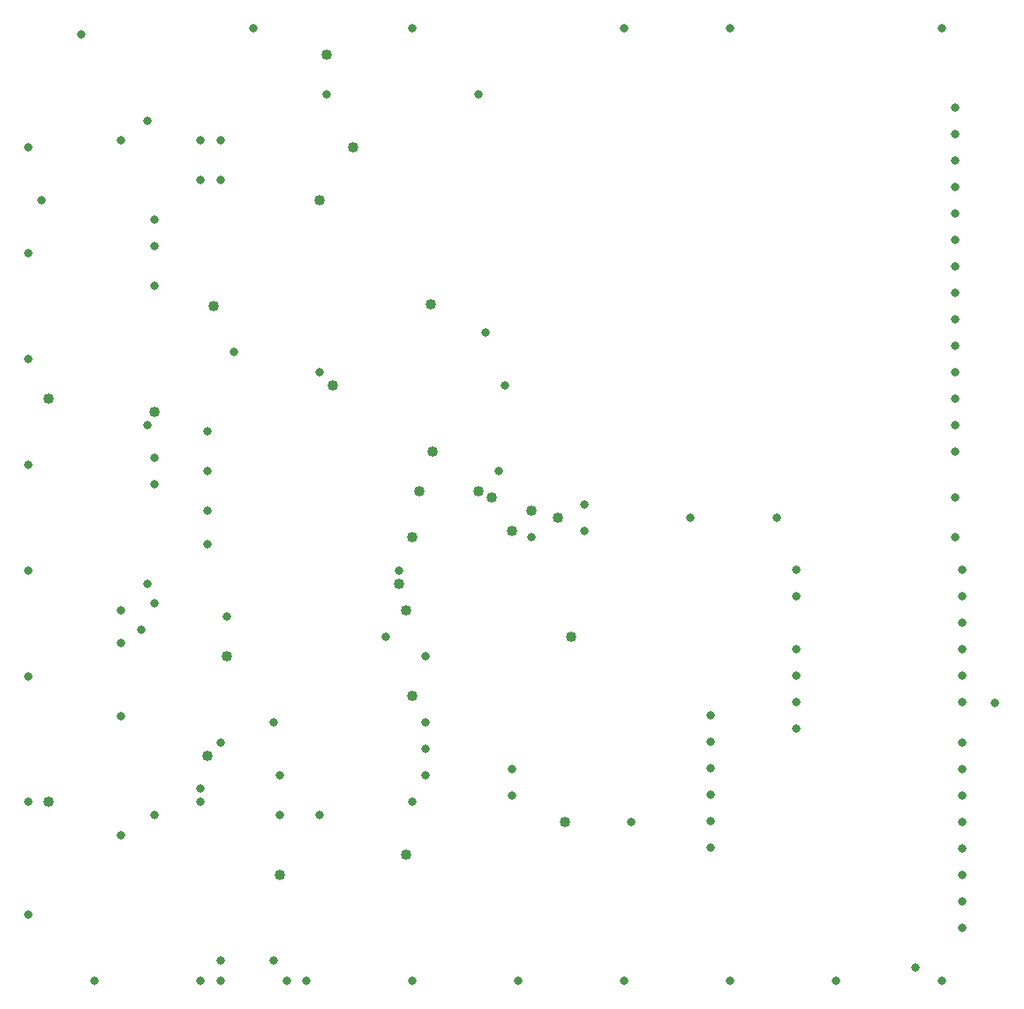
<source format=gbr>
G04 DipTrace 2.3.1.0*
%INBottomPaste.gbr*%
%MOMM*%
%ADD26C,1.016*%
%ADD30C,0.813*%
%FSLAX53Y53*%
G04*
G71*
G90*
G75*
G01*
%LNBotPaste*%
%LPD*%
D30*
X100805Y50680D3*
Y43060D3*
Y45600D3*
Y48140D3*
Y40520D3*
Y37980D3*
X84930Y50680D3*
Y48140D3*
Y43060D3*
Y40520D3*
Y37980D3*
Y35440D3*
X76675Y36710D3*
Y34170D3*
Y31630D3*
Y29090D3*
Y26550D3*
Y24010D3*
X69053Y26510D3*
X96358Y12540D3*
X56988Y68420D3*
X12538Y86200D3*
X45558Y44290D3*
X20158Y25240D3*
X23333Y27145D3*
X29683Y88105D3*
X27778D3*
Y91915D3*
X29683D3*
X49368Y42385D3*
X30318Y46195D3*
X27778Y29685D3*
Y28415D3*
X29683Y34130D3*
X46828Y50640D3*
X36033Y11270D3*
X37938D3*
X29683D3*
X27778D3*
X11268Y28415D3*
Y40480D3*
X23333Y61435D3*
Y58895D3*
X48098Y11270D3*
X58258D3*
X68418D3*
X78578D3*
X88738D3*
X98898D3*
Y102710D3*
X78578D3*
X68418D3*
X48098D3*
X28413Y53180D3*
Y60165D3*
X22698Y64610D3*
Y93820D3*
X11268Y91280D3*
Y81120D3*
Y70960D3*
Y60800D3*
Y50640D3*
X17618Y11270D3*
X11268Y17620D3*
X32858Y102710D3*
X100168Y95090D3*
X59528Y53815D3*
X56353Y60165D3*
X57623Y29050D3*
X49368Y33495D3*
X54448Y96360D3*
X55083Y73500D3*
X100168Y92550D3*
Y90010D3*
Y87470D3*
Y84930D3*
Y82390D3*
Y79850D3*
Y77310D3*
Y74770D3*
Y72230D3*
X100803Y34130D3*
Y31590D3*
Y29050D3*
Y26510D3*
Y23970D3*
Y21430D3*
Y18890D3*
Y16350D3*
X57623Y31590D3*
X48098Y28415D3*
X49368Y36035D3*
X35398Y27145D3*
X39843Y96360D3*
X28413Y56355D3*
Y63975D3*
X64608Y56990D3*
Y54450D3*
X74768Y55720D3*
X83023D3*
X16348Y102075D3*
X35398Y30955D3*
X20158Y43655D3*
X22063Y44925D3*
X20158Y36670D3*
X29683Y13175D3*
X34763D3*
X103978Y37940D3*
X23333Y77945D3*
Y81755D3*
X20158Y46830D3*
X23333Y84295D3*
X30953Y71595D3*
X34763Y36035D3*
X49368Y30955D3*
X39208Y69690D3*
X20158Y91915D3*
D26*
X42383Y91280D3*
X49862Y76217D3*
X39208Y86200D3*
X30318Y42385D3*
X55718Y57625D3*
X62068Y55720D3*
X46828Y49370D3*
X48098Y53815D3*
X47463Y46830D3*
X13173Y67150D3*
D30*
X22698Y49370D3*
X23333Y47465D3*
D26*
X47463Y23335D3*
X35398Y21430D3*
X59528Y56355D3*
X57623Y54450D3*
X48733Y58260D3*
X54448D3*
X50003Y62070D3*
X23333Y65880D3*
X29048Y76040D3*
X62703Y26510D3*
X13173Y28415D3*
X48098Y38575D3*
X39843Y100170D3*
X63338Y44290D3*
X40478Y68420D3*
X28413Y32860D3*
D30*
X39208Y27145D3*
X100168Y69690D3*
Y67150D3*
Y64610D3*
Y62070D3*
Y57625D3*
Y53815D3*
M02*

</source>
